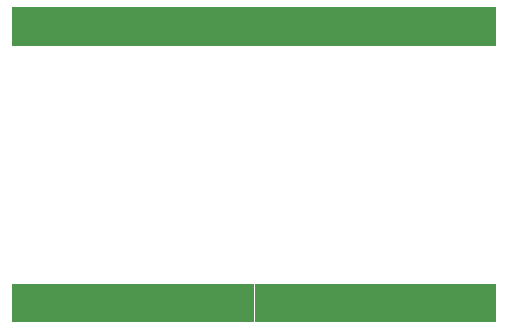
<source format=gbr>
%TF.GenerationSoftware,KiCad,Pcbnew,(7.0.0)*%
%TF.CreationDate,2023-03-30T16:55:44-05:00*%
%TF.ProjectId,Cookie_Mantis,436f6f6b-6965-45f4-9d61-6e7469732e6b,rev?*%
%TF.SameCoordinates,Original*%
%TF.FileFunction,Soldermask,Bot*%
%TF.FilePolarity,Negative*%
%FSLAX46Y46*%
G04 Gerber Fmt 4.6, Leading zero omitted, Abs format (unit mm)*
G04 Created by KiCad (PCBNEW (7.0.0)) date 2023-03-30 16:55:44*
%MOMM*%
%LPD*%
G01*
G04 APERTURE LIST*
%ADD10C,0.010000*%
G04 APERTURE END LIST*
D10*
X32968560Y-55480800D02*
X53348560Y-55480800D01*
X53348560Y-55480800D02*
X53348560Y-58640800D01*
X53348560Y-58640800D02*
X32968560Y-58640800D01*
X32968560Y-58640800D02*
X32968560Y-55480800D01*
G36*
X32968560Y-55480800D02*
G01*
X53348560Y-55480800D01*
X53348560Y-58640800D01*
X32968560Y-58640800D01*
X32968560Y-55480800D01*
G37*
X12443560Y-55465800D02*
X32823560Y-55465800D01*
X32823560Y-55465800D02*
X32823560Y-58625800D01*
X32823560Y-58625800D02*
X12443560Y-58625800D01*
X12443560Y-58625800D02*
X12443560Y-55465800D01*
G36*
X12443560Y-55465800D02*
G01*
X32823560Y-55465800D01*
X32823560Y-58625800D01*
X12443560Y-58625800D01*
X12443560Y-55465800D01*
G37*
X12435000Y-32085000D02*
X32815000Y-32085000D01*
X32815000Y-32085000D02*
X32815000Y-35245000D01*
X32815000Y-35245000D02*
X12435000Y-35245000D01*
X12435000Y-35245000D02*
X12435000Y-32085000D01*
G36*
X12435000Y-32085000D02*
G01*
X32815000Y-32085000D01*
X32815000Y-35245000D01*
X12435000Y-35245000D01*
X12435000Y-32085000D01*
G37*
X32953560Y-32085800D02*
X53333560Y-32085800D01*
X53333560Y-32085800D02*
X53333560Y-35245800D01*
X53333560Y-35245800D02*
X32953560Y-35245800D01*
X32953560Y-35245800D02*
X32953560Y-32085800D01*
G36*
X32953560Y-32085800D02*
G01*
X53333560Y-32085800D01*
X53333560Y-35245800D01*
X32953560Y-35245800D01*
X32953560Y-32085800D01*
G37*
M02*

</source>
